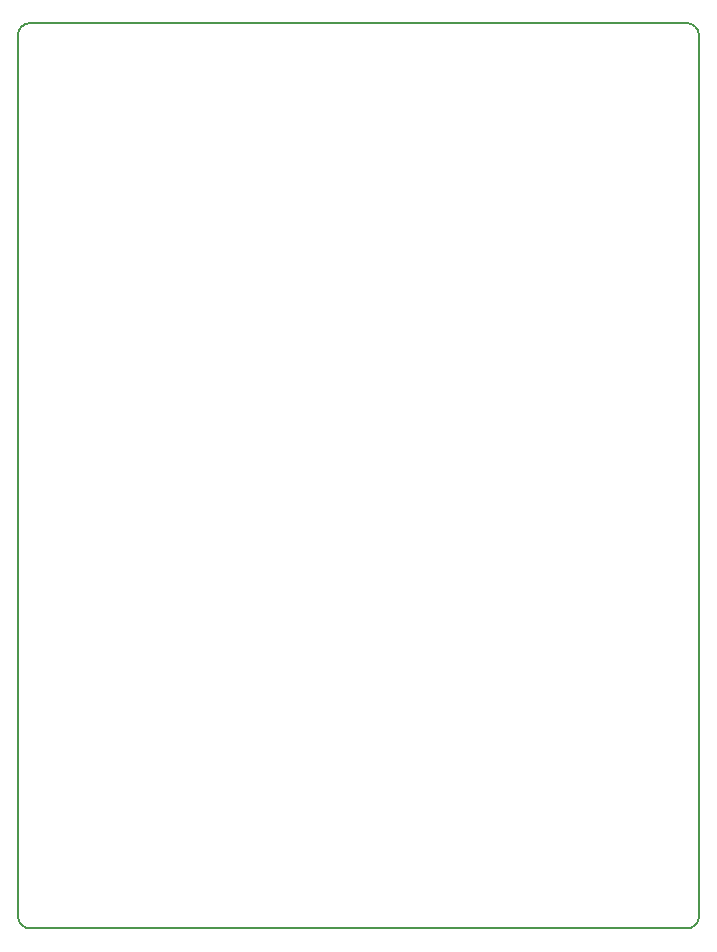
<source format=gm1>
G04 #@! TF.GenerationSoftware,KiCad,Pcbnew,(5.0.0-3-g5ebb6b6)*
G04 #@! TF.CreationDate,2019-03-28T16:48:28+01:00*
G04 #@! TF.ProjectId,REX 9628 Extern-Kernel II-8,52455820393632382045787465726E2D,1.01*
G04 #@! TF.SameCoordinates,Original*
G04 #@! TF.FileFunction,Profile,NP*
%FSLAX46Y46*%
G04 Gerber Fmt 4.6, Leading zero omitted, Abs format (unit mm)*
G04 Created by KiCad (PCBNEW (5.0.0-3-g5ebb6b6)) date Thursday, 28. March 2019 um 16:48:28*
%MOMM*%
%LPD*%
G01*
G04 APERTURE LIST*
%ADD10C,0.150000*%
G04 APERTURE END LIST*
D10*
X175133000Y-52895500D02*
G75*
G02X176149000Y-53911500I0J-1016000D01*
G01*
X118491000Y-53911500D02*
G75*
G02X119507000Y-52895500I1016000J0D01*
G01*
X119507000Y-129540000D02*
G75*
G02X118491000Y-128524000I0J1016000D01*
G01*
X176149000Y-128524000D02*
G75*
G02X175133000Y-129540000I-1016000J0D01*
G01*
X119507000Y-52895500D02*
X175133000Y-52895500D01*
X118491000Y-128524000D02*
X118491000Y-53911500D01*
X176149000Y-128524000D02*
X176149000Y-53911500D01*
X119507000Y-129540000D02*
X175133000Y-129540000D01*
M02*

</source>
